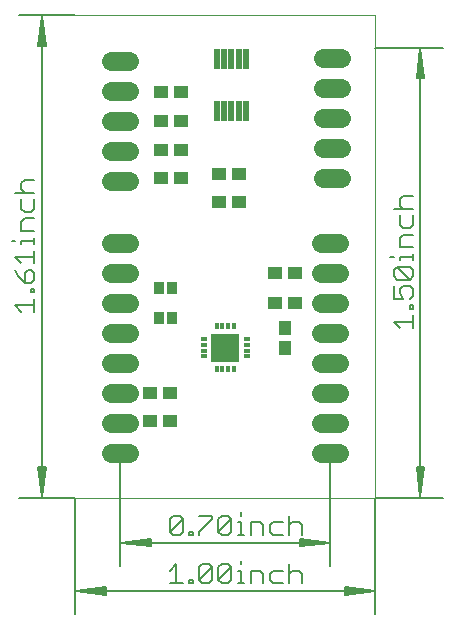
<source format=gts>
G75*
%MOIN*%
%OFA0B0*%
%FSLAX25Y25*%
%IPPOS*%
%LPD*%
%AMOC8*
5,1,8,0,0,1.08239X$1,22.5*
%
%ADD10C,0.00000*%
%ADD11C,0.00512*%
%ADD12C,0.00600*%
%ADD13R,0.09455X0.09455*%
%ADD14R,0.02172X0.01384*%
%ADD15R,0.01384X0.02172*%
%ADD16C,0.06400*%
%ADD17R,0.04731X0.04337*%
%ADD18R,0.03746X0.03943*%
%ADD19R,0.04337X0.04731*%
%ADD20R,0.01975X0.06502*%
D10*
X0023795Y0040133D02*
X0123795Y0040133D01*
X0123795Y0200933D01*
X0023795Y0200933D01*
D11*
X0023795Y0040133D02*
X0023795Y0001256D01*
X0024051Y0008933D02*
X0034031Y0007909D01*
X0034031Y0007676D02*
X0024051Y0008933D01*
X0034031Y0009957D01*
X0034031Y0010190D02*
X0034031Y0007676D01*
X0034031Y0008421D02*
X0024051Y0008933D01*
X0034031Y0009445D01*
X0034031Y0010190D02*
X0024051Y0008933D01*
X0123539Y0008933D01*
X0113559Y0007909D01*
X0113559Y0007676D02*
X0123539Y0008933D01*
X0113559Y0009957D01*
X0113559Y0010190D02*
X0113559Y0007676D01*
X0113559Y0008421D02*
X0123539Y0008933D01*
X0113559Y0009445D01*
X0113559Y0010190D02*
X0123539Y0008933D01*
X0123795Y0001256D02*
X0123795Y0040133D01*
X0146472Y0040133D01*
X0138795Y0040389D02*
X0139819Y0050369D01*
X0140052Y0050369D02*
X0138795Y0040389D01*
X0137772Y0050369D01*
X0137538Y0050369D02*
X0140052Y0050369D01*
X0139307Y0050369D02*
X0138795Y0040389D01*
X0138283Y0050369D01*
X0137538Y0050369D02*
X0138795Y0040389D01*
X0138795Y0189877D01*
X0139819Y0179897D01*
X0140052Y0179897D02*
X0138795Y0189877D01*
X0137772Y0179897D01*
X0137538Y0179897D02*
X0140052Y0179897D01*
X0139307Y0179897D02*
X0138795Y0189877D01*
X0138283Y0179897D01*
X0137538Y0179897D02*
X0138795Y0189877D01*
X0146472Y0190133D02*
X0123795Y0190133D01*
X0023795Y0200933D02*
X0004918Y0200933D01*
X0012595Y0200677D02*
X0011572Y0190697D01*
X0011338Y0190697D02*
X0013852Y0190697D01*
X0012595Y0200677D01*
X0013619Y0190697D01*
X0013107Y0190697D02*
X0012595Y0200677D01*
X0012083Y0190697D01*
X0011338Y0190697D02*
X0012595Y0200677D01*
X0012595Y0040389D01*
X0013619Y0050369D01*
X0013852Y0050369D02*
X0012595Y0040389D01*
X0011572Y0050369D01*
X0011338Y0050369D02*
X0013852Y0050369D01*
X0013107Y0050369D02*
X0012595Y0040389D01*
X0012083Y0050369D01*
X0011338Y0050369D02*
X0012595Y0040389D01*
X0004918Y0040133D02*
X0023795Y0040133D01*
X0038795Y0055133D02*
X0038795Y0017456D01*
X0039051Y0025133D02*
X0049031Y0024109D01*
X0049031Y0023876D02*
X0039051Y0025133D01*
X0049031Y0026157D01*
X0049031Y0026390D02*
X0049031Y0023876D01*
X0049031Y0024621D02*
X0039051Y0025133D01*
X0049031Y0025645D01*
X0049031Y0026390D02*
X0039051Y0025133D01*
X0108539Y0025133D01*
X0098559Y0024109D01*
X0098559Y0023876D02*
X0108539Y0025133D01*
X0098559Y0026157D01*
X0098559Y0026390D02*
X0098559Y0023876D01*
X0098559Y0024621D02*
X0108539Y0025133D01*
X0098559Y0025645D01*
X0098559Y0026390D02*
X0108539Y0025133D01*
X0108795Y0017456D02*
X0108795Y0055133D01*
D12*
X0095059Y0034100D02*
X0095059Y0027695D01*
X0092884Y0027695D02*
X0089681Y0027695D01*
X0088614Y0028762D01*
X0088614Y0030898D01*
X0089681Y0031965D01*
X0092884Y0031965D01*
X0095059Y0030898D02*
X0096127Y0031965D01*
X0098262Y0031965D01*
X0099330Y0030898D01*
X0099330Y0027695D01*
X0095059Y0017900D02*
X0095059Y0011495D01*
X0092884Y0011495D02*
X0089681Y0011495D01*
X0088614Y0012562D01*
X0088614Y0014698D01*
X0089681Y0015765D01*
X0092884Y0015765D01*
X0095059Y0014698D02*
X0096127Y0015765D01*
X0098262Y0015765D01*
X0099330Y0014698D01*
X0099330Y0011495D01*
X0086439Y0011495D02*
X0086439Y0014698D01*
X0085371Y0015765D01*
X0082168Y0015765D01*
X0082168Y0011495D01*
X0080007Y0011495D02*
X0077871Y0011495D01*
X0078939Y0011495D02*
X0078939Y0015765D01*
X0077871Y0015765D01*
X0078939Y0017900D02*
X0078939Y0018968D01*
X0075696Y0016833D02*
X0071426Y0012562D01*
X0072493Y0011495D01*
X0074629Y0011495D01*
X0075696Y0012562D01*
X0075696Y0016833D01*
X0074629Y0017900D01*
X0072493Y0017900D01*
X0071426Y0016833D01*
X0071426Y0012562D01*
X0069251Y0012562D02*
X0069251Y0016833D01*
X0064980Y0012562D01*
X0066048Y0011495D01*
X0068183Y0011495D01*
X0069251Y0012562D01*
X0069251Y0016833D02*
X0068183Y0017900D01*
X0066048Y0017900D01*
X0064980Y0016833D01*
X0064980Y0012562D01*
X0062825Y0012562D02*
X0062825Y0011495D01*
X0061758Y0011495D01*
X0061758Y0012562D01*
X0062825Y0012562D01*
X0059582Y0011495D02*
X0055312Y0011495D01*
X0057447Y0011495D02*
X0057447Y0017900D01*
X0055312Y0015765D01*
X0056380Y0027695D02*
X0055312Y0028762D01*
X0059582Y0033033D01*
X0059582Y0028762D01*
X0058515Y0027695D01*
X0056380Y0027695D01*
X0055312Y0028762D02*
X0055312Y0033033D01*
X0056380Y0034100D01*
X0058515Y0034100D01*
X0059582Y0033033D01*
X0061758Y0028762D02*
X0062825Y0028762D01*
X0062825Y0027695D01*
X0061758Y0027695D01*
X0061758Y0028762D01*
X0064980Y0028762D02*
X0064980Y0027695D01*
X0064980Y0028762D02*
X0069251Y0033033D01*
X0069251Y0034100D01*
X0064980Y0034100D01*
X0071426Y0033033D02*
X0071426Y0028762D01*
X0075696Y0033033D01*
X0075696Y0028762D01*
X0074629Y0027695D01*
X0072493Y0027695D01*
X0071426Y0028762D01*
X0071426Y0033033D02*
X0072493Y0034100D01*
X0074629Y0034100D01*
X0075696Y0033033D01*
X0077871Y0031965D02*
X0078939Y0031965D01*
X0078939Y0027695D01*
X0077871Y0027695D02*
X0080007Y0027695D01*
X0082168Y0027695D02*
X0082168Y0031965D01*
X0085371Y0031965D01*
X0086439Y0030898D01*
X0086439Y0027695D01*
X0078939Y0034100D02*
X0078939Y0035168D01*
X0131963Y0096650D02*
X0129828Y0098785D01*
X0136233Y0098785D01*
X0136233Y0096650D02*
X0136233Y0100920D01*
X0136233Y0103096D02*
X0135166Y0103096D01*
X0135166Y0104163D01*
X0136233Y0104163D01*
X0136233Y0103096D01*
X0135166Y0106318D02*
X0136233Y0107386D01*
X0136233Y0109521D01*
X0135166Y0110589D01*
X0133031Y0110589D01*
X0131963Y0109521D01*
X0131963Y0108453D01*
X0133031Y0106318D01*
X0129828Y0106318D01*
X0129828Y0110589D01*
X0130895Y0112764D02*
X0129828Y0113831D01*
X0129828Y0115967D01*
X0130895Y0117034D01*
X0135166Y0112764D01*
X0136233Y0113831D01*
X0136233Y0115967D01*
X0135166Y0117034D01*
X0130895Y0117034D01*
X0131963Y0119209D02*
X0131963Y0120277D01*
X0136233Y0120277D01*
X0136233Y0121344D02*
X0136233Y0119209D01*
X0136233Y0123506D02*
X0131963Y0123506D01*
X0131963Y0126709D01*
X0133031Y0127777D01*
X0136233Y0127777D01*
X0135166Y0129952D02*
X0136233Y0131019D01*
X0136233Y0134222D01*
X0136233Y0136397D02*
X0129828Y0136397D01*
X0131963Y0137465D02*
X0131963Y0139600D01*
X0133031Y0140668D01*
X0136233Y0140668D01*
X0131963Y0137465D02*
X0133031Y0136397D01*
X0131963Y0134222D02*
X0131963Y0131019D01*
X0133031Y0129952D01*
X0135166Y0129952D01*
X0129828Y0120277D02*
X0128760Y0120277D01*
X0130895Y0112764D02*
X0135166Y0112764D01*
X0010033Y0112786D02*
X0010033Y0114921D01*
X0008966Y0115989D01*
X0007898Y0115989D01*
X0006831Y0114921D01*
X0006831Y0111718D01*
X0008966Y0111718D01*
X0010033Y0112786D01*
X0010033Y0109563D02*
X0010033Y0108496D01*
X0008966Y0108496D01*
X0008966Y0109563D01*
X0010033Y0109563D01*
X0010033Y0106320D02*
X0010033Y0102050D01*
X0010033Y0104185D02*
X0003628Y0104185D01*
X0005763Y0102050D01*
X0006831Y0111718D02*
X0004695Y0113853D01*
X0003628Y0115989D01*
X0005763Y0118164D02*
X0003628Y0120299D01*
X0010033Y0120299D01*
X0010033Y0118164D02*
X0010033Y0122434D01*
X0010033Y0124609D02*
X0010033Y0126744D01*
X0010033Y0125677D02*
X0005763Y0125677D01*
X0005763Y0124609D01*
X0003628Y0125677D02*
X0002560Y0125677D01*
X0005763Y0128906D02*
X0005763Y0132109D01*
X0006831Y0133177D01*
X0010033Y0133177D01*
X0008966Y0135352D02*
X0010033Y0136419D01*
X0010033Y0139622D01*
X0010033Y0141797D02*
X0003628Y0141797D01*
X0005763Y0142865D02*
X0005763Y0145000D01*
X0006831Y0146068D01*
X0010033Y0146068D01*
X0005763Y0142865D02*
X0006831Y0141797D01*
X0005763Y0139622D02*
X0005763Y0136419D01*
X0006831Y0135352D01*
X0008966Y0135352D01*
X0010033Y0128906D02*
X0005763Y0128906D01*
D13*
X0073795Y0090133D03*
D14*
X0066709Y0089149D03*
X0066709Y0091117D03*
X0066709Y0093086D03*
X0066709Y0087180D03*
X0080882Y0087180D03*
X0080882Y0089149D03*
X0080882Y0091117D03*
X0080882Y0093086D03*
D15*
X0076748Y0097220D03*
X0074779Y0097220D03*
X0072811Y0097220D03*
X0070842Y0097220D03*
X0070842Y0083046D03*
X0072811Y0083046D03*
X0074779Y0083046D03*
X0076748Y0083046D03*
D16*
X0105795Y0085133D02*
X0111795Y0085133D01*
X0111795Y0075133D02*
X0105795Y0075133D01*
X0105795Y0065133D02*
X0111795Y0065133D01*
X0111795Y0055133D02*
X0105795Y0055133D01*
X0105795Y0095133D02*
X0111795Y0095133D01*
X0111795Y0105133D02*
X0105795Y0105133D01*
X0105795Y0115133D02*
X0111795Y0115133D01*
X0111795Y0125133D02*
X0105795Y0125133D01*
X0106395Y0146533D02*
X0112395Y0146533D01*
X0112395Y0156533D02*
X0106395Y0156533D01*
X0106395Y0166533D02*
X0112395Y0166533D01*
X0112395Y0176533D02*
X0106395Y0176533D01*
X0106395Y0186533D02*
X0112395Y0186533D01*
X0041595Y0185733D02*
X0035595Y0185733D01*
X0035595Y0175733D02*
X0041595Y0175733D01*
X0041595Y0165733D02*
X0035595Y0165733D01*
X0035595Y0155733D02*
X0041595Y0155733D01*
X0041595Y0145733D02*
X0035595Y0145733D01*
X0035795Y0125133D02*
X0041795Y0125133D01*
X0041795Y0115133D02*
X0035795Y0115133D01*
X0035795Y0105133D02*
X0041795Y0105133D01*
X0041795Y0095133D02*
X0035795Y0095133D01*
X0035795Y0085133D02*
X0041795Y0085133D01*
X0041795Y0075133D02*
X0035795Y0075133D01*
X0035795Y0065133D02*
X0041795Y0065133D01*
X0041795Y0055133D02*
X0035795Y0055133D01*
D17*
X0048574Y0065758D03*
X0055267Y0065758D03*
X0055267Y0075133D03*
X0048574Y0075133D03*
X0090449Y0105133D03*
X0097142Y0105133D03*
X0097142Y0115133D03*
X0090449Y0115133D03*
X0078342Y0138533D03*
X0071649Y0138533D03*
X0071649Y0148133D03*
X0078342Y0148133D03*
X0059142Y0146533D03*
X0052449Y0146533D03*
X0052449Y0156133D03*
X0052449Y0165733D03*
X0059142Y0165733D03*
X0059142Y0156133D03*
X0059142Y0175333D03*
X0052449Y0175333D03*
D18*
X0051512Y0110133D03*
X0056079Y0110133D03*
X0056079Y0100133D03*
X0051512Y0100133D03*
D19*
X0093795Y0096605D03*
X0093795Y0089912D03*
D20*
X0080520Y0169072D03*
X0078157Y0169072D03*
X0075795Y0169072D03*
X0073433Y0169072D03*
X0071071Y0169072D03*
X0071071Y0186394D03*
X0073433Y0186394D03*
X0075795Y0186394D03*
X0078157Y0186394D03*
X0080520Y0186394D03*
M02*

</source>
